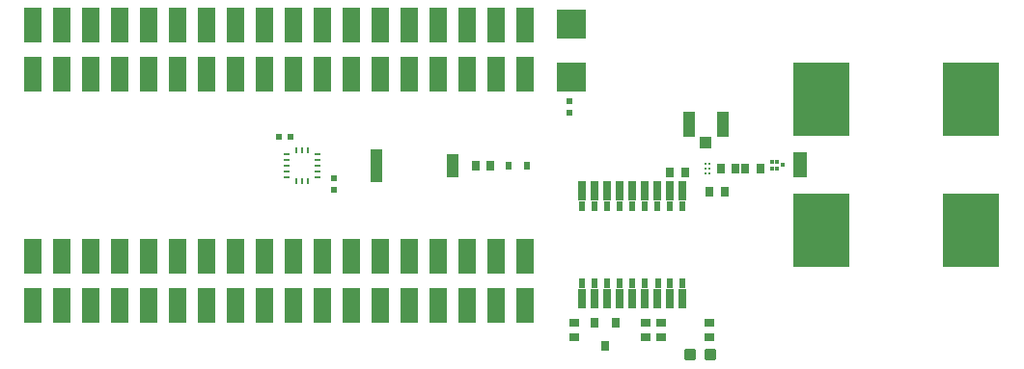
<source format=gtp>
G75*
%MOIN*%
%OFA0B0*%
%FSLAX25Y25*%
%IPPOS*%
%LPD*%
%AMOC8*
5,1,8,0,0,1.08239X$1,22.5*
%
%ADD10R,0.01969X0.00984*%
%ADD11R,0.00984X0.01969*%
%ADD12R,0.01969X0.01969*%
%ADD13R,0.03100X0.03500*%
%ADD14R,0.10000X0.10000*%
%ADD15R,0.06000X0.12000*%
%ADD16C,0.01181*%
%ADD17R,0.03543X0.02756*%
%ADD18R,0.02756X0.03543*%
%ADD19R,0.02756X0.07087*%
%ADD20R,0.03150X0.07087*%
%ADD21R,0.02362X0.03543*%
%ADD22R,0.02165X0.03543*%
%ADD23C,0.00902*%
%ADD24R,0.03937X0.04134*%
%ADD25R,0.04134X0.08661*%
%ADD26R,0.02362X0.03150*%
%ADD27R,0.04724X0.09055*%
%ADD28R,0.19685X0.25591*%
%ADD29R,0.01378X0.01673*%
%ADD30R,0.03937X0.07874*%
%ADD31R,0.04331X0.11811*%
D10*
X0156595Y0125191D03*
X0156595Y0127159D03*
X0156595Y0129128D03*
X0156595Y0131096D03*
X0156595Y0133065D03*
X0167225Y0133065D03*
X0167225Y0131096D03*
X0167225Y0129128D03*
X0167225Y0127159D03*
X0167225Y0125191D03*
D11*
X0163879Y0123813D03*
X0161910Y0123813D03*
X0159942Y0123813D03*
X0159942Y0134443D03*
X0161910Y0134443D03*
X0163879Y0134443D03*
D12*
X0157753Y0138990D03*
X0153753Y0138990D03*
X0172753Y0124801D03*
X0172753Y0120801D03*
X0254217Y0147466D03*
X0254217Y0151466D03*
D13*
X0262718Y0074793D03*
X0270318Y0074793D03*
X0266518Y0066793D03*
D14*
X0254839Y0159673D03*
X0254839Y0178173D03*
D15*
X0068934Y0080628D03*
X0078934Y0080628D03*
X0088934Y0080628D03*
X0098934Y0080628D03*
X0108934Y0080628D03*
X0118934Y0080628D03*
X0128934Y0080628D03*
X0138934Y0080628D03*
X0148934Y0080628D03*
X0158934Y0080628D03*
X0168934Y0080628D03*
X0178934Y0080628D03*
X0188934Y0080628D03*
X0198934Y0080628D03*
X0208934Y0080628D03*
X0218934Y0080628D03*
X0228934Y0080628D03*
X0238934Y0080628D03*
X0238934Y0097628D03*
X0228934Y0097628D03*
X0218934Y0097628D03*
X0208934Y0097628D03*
X0198934Y0097628D03*
X0188934Y0097628D03*
X0178934Y0097628D03*
X0168934Y0097628D03*
X0158934Y0097628D03*
X0148934Y0097628D03*
X0138934Y0097628D03*
X0128934Y0097628D03*
X0118934Y0097628D03*
X0108934Y0097628D03*
X0098934Y0097628D03*
X0088934Y0097628D03*
X0078934Y0097628D03*
X0068934Y0097628D03*
X0068934Y0160628D03*
X0078934Y0160628D03*
X0088934Y0160628D03*
X0098934Y0160628D03*
X0108934Y0160628D03*
X0118934Y0160628D03*
X0128934Y0160628D03*
X0138934Y0160628D03*
X0148934Y0160628D03*
X0158934Y0160628D03*
X0168934Y0160628D03*
X0178934Y0160628D03*
X0188934Y0160628D03*
X0198934Y0160628D03*
X0208934Y0160628D03*
X0218934Y0160628D03*
X0228934Y0160628D03*
X0238934Y0160628D03*
X0238934Y0177628D03*
X0228934Y0177628D03*
X0218934Y0177628D03*
X0208934Y0177628D03*
X0198934Y0177628D03*
X0188934Y0177628D03*
X0178934Y0177628D03*
X0168934Y0177628D03*
X0158934Y0177628D03*
X0148934Y0177628D03*
X0138934Y0177628D03*
X0128934Y0177628D03*
X0118934Y0177628D03*
X0108934Y0177628D03*
X0098934Y0177628D03*
X0088934Y0177628D03*
X0078934Y0177628D03*
X0068934Y0177628D03*
D16*
X0294587Y0065171D02*
X0294587Y0062415D01*
X0294587Y0065171D02*
X0297343Y0065171D01*
X0297343Y0062415D01*
X0294587Y0062415D01*
X0294587Y0063595D02*
X0297343Y0063595D01*
X0297343Y0064775D02*
X0294587Y0064775D01*
X0301493Y0065171D02*
X0301493Y0062415D01*
X0301493Y0065171D02*
X0304249Y0065171D01*
X0304249Y0062415D01*
X0301493Y0062415D01*
X0301493Y0063595D02*
X0304249Y0063595D01*
X0304249Y0064775D02*
X0301493Y0064775D01*
D17*
X0302418Y0069734D03*
X0302418Y0074852D03*
X0285918Y0074852D03*
X0285918Y0069734D03*
X0280418Y0069734D03*
X0280418Y0074852D03*
X0255918Y0074852D03*
X0255918Y0069734D03*
D18*
X0302591Y0120258D03*
X0307709Y0120258D03*
X0306383Y0128222D03*
X0311501Y0128222D03*
X0314946Y0128222D03*
X0320064Y0128222D03*
X0294064Y0126923D03*
X0288946Y0126923D03*
X0226957Y0129128D03*
X0221839Y0129128D03*
D19*
X0258658Y0120411D03*
X0293304Y0120411D03*
X0293304Y0083010D03*
X0258658Y0083010D03*
D20*
X0262989Y0083010D03*
X0267320Y0083010D03*
X0271650Y0083010D03*
X0275981Y0083010D03*
X0280312Y0083010D03*
X0284642Y0083010D03*
X0288973Y0083010D03*
X0288973Y0120411D03*
X0284642Y0120411D03*
X0280312Y0120411D03*
X0275981Y0120411D03*
X0271650Y0120411D03*
X0267320Y0120411D03*
X0262989Y0120411D03*
D21*
X0262989Y0115096D03*
X0267320Y0115096D03*
X0271650Y0115096D03*
X0275981Y0115096D03*
X0280312Y0115096D03*
X0284642Y0115096D03*
X0288973Y0115096D03*
X0288973Y0088324D03*
X0284839Y0088324D03*
X0280312Y0088324D03*
X0275981Y0088324D03*
X0271650Y0088324D03*
X0267320Y0088324D03*
X0262989Y0088324D03*
D22*
X0258658Y0088324D03*
X0293304Y0088324D03*
X0293304Y0115096D03*
X0258658Y0115096D03*
D23*
X0301056Y0126537D03*
X0302631Y0126537D03*
X0302631Y0128112D03*
X0302631Y0129687D03*
X0301056Y0129687D03*
X0301056Y0128112D03*
D24*
X0301272Y0137275D03*
D25*
X0295465Y0143289D03*
X0307079Y0143289D03*
D26*
X0239595Y0129128D03*
X0233296Y0129128D03*
D27*
X0333808Y0129403D03*
D28*
X0341288Y0152041D03*
X0392863Y0152041D03*
X0392863Y0106765D03*
X0341288Y0106765D03*
D29*
X0326001Y0128252D03*
X0324032Y0128252D03*
X0324032Y0130515D03*
X0326001Y0130515D03*
X0327969Y0129384D03*
D30*
X0213920Y0129128D03*
D31*
X0187542Y0129128D03*
M02*

</source>
